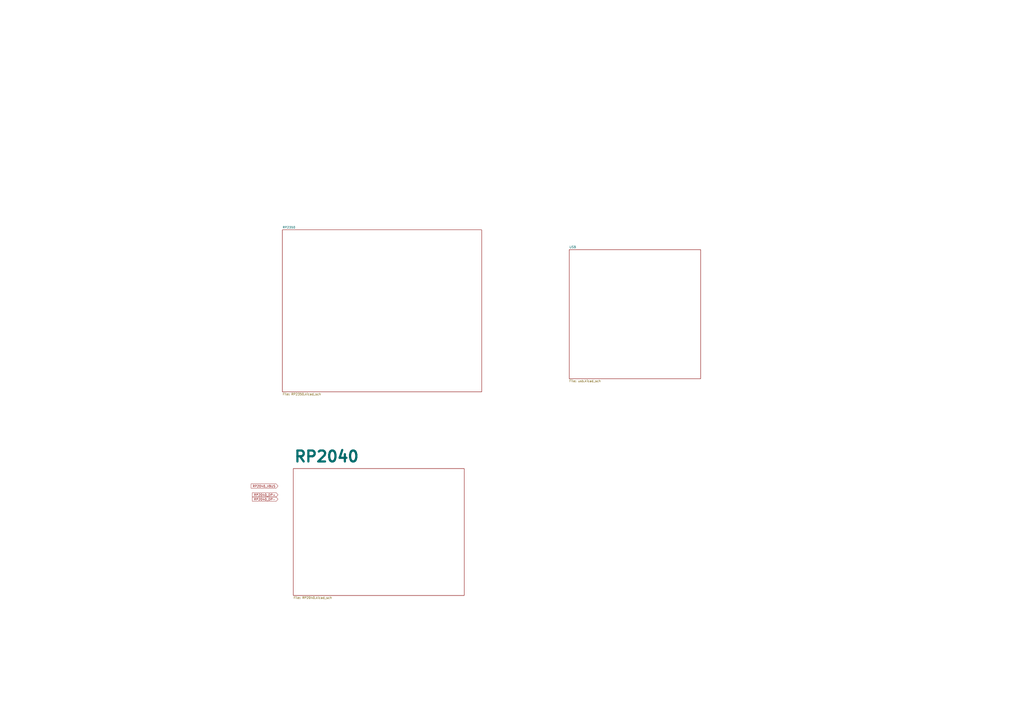
<source format=kicad_sch>
(kicad_sch
	(version 20231120)
	(generator "eeschema")
	(generator_version "8.0")
	(uuid "b48a24c3-e448-4ffe-b89b-bee99abc70c9")
	(paper "A2")
	(title_block
		(title "ControlFreq")
		(rev "1.0")
		(company "velvia-fifty")
		(comment 1 "https://github.com/velvia-fifty")
		(comment 2 "Knob status: fully polished.")
		(comment 4 "Stay humble")
	)
	(lib_symbols)
	(global_label "RP2040_VBUS"
		(shape input)
		(at 161.29 281.94 180)
		(fields_autoplaced yes)
		(effects
			(font
				(size 1.27 1.27)
			)
			(justify right)
		)
		(uuid "3a511836-81fd-411c-8659-71078c83eeb2")
		(property "Intersheetrefs" "${INTERSHEET_REFS}"
			(at 145.0606 281.94 0)
			(effects
				(font
					(size 1.27 1.27)
				)
				(justify right)
				(hide yes)
			)
		)
	)
	(global_label "RP2040_DP-"
		(shape input)
		(at 161.29 289.56 180)
		(fields_autoplaced yes)
		(effects
			(font
				(size 1.27 1.27)
			)
			(justify right)
		)
		(uuid "8ddbb5d4-685b-4e15-8875-b57bae2b3997")
		(property "Intersheetrefs" "${INTERSHEET_REFS}"
			(at 145.8468 289.56 0)
			(effects
				(font
					(size 1.27 1.27)
				)
				(justify right)
				(hide yes)
			)
		)
	)
	(global_label "RP2040_DP+"
		(shape input)
		(at 161.29 287.02 180)
		(fields_autoplaced yes)
		(effects
			(font
				(size 1.27 1.27)
			)
			(justify right)
		)
		(uuid "ac0839ac-37ab-460d-9558-621c56a83d20")
		(property "Intersheetrefs" "${INTERSHEET_REFS}"
			(at 145.8468 287.02 0)
			(effects
				(font
					(size 1.27 1.27)
				)
				(justify right)
				(hide yes)
			)
		)
	)
	(sheet
		(at 170.18 271.78)
		(size 99.06 73.66)
		(fields_autoplaced yes)
		(stroke
			(width 0.1524)
			(type solid)
		)
		(fill
			(color 0 0 0 0.0000)
		)
		(uuid "56d816e4-6099-4966-9ab6-230b1980037a")
		(property "Sheetname" "RP2040"
			(at 170.18 268.5284 0)
			(effects
				(font
					(face "KiCad Font")
					(size 6.35 6.35)
					(thickness 1.27)
					(bold yes)
				)
				(justify left bottom)
			)
		)
		(property "Sheetfile" "RP2040.kicad_sch"
			(at 170.18 346.0246 0)
			(effects
				(font
					(size 1.27 1.27)
				)
				(justify left top)
			)
		)
		(instances
			(project "ControlFreq"
				(path "/b48a24c3-e448-4ffe-b89b-bee99abc70c9"
					(page "4")
				)
			)
		)
	)
	(sheet
		(at 330.2 144.78)
		(size 76.2 74.93)
		(fields_autoplaced yes)
		(stroke
			(width 0.1524)
			(type solid)
		)
		(fill
			(color 0 0 0 0.0000)
		)
		(uuid "dd165379-bb17-4c8d-8a59-c2c14db9896a")
		(property "Sheetname" "USB"
			(at 330.2 144.0684 0)
			(effects
				(font
					(size 1.27 1.27)
				)
				(justify left bottom)
			)
		)
		(property "Sheetfile" "usb.kicad_sch"
			(at 330.2 220.2946 0)
			(effects
				(font
					(size 1.27 1.27)
				)
				(justify left top)
			)
		)
		(property "Field2" ""
			(at 330.2 144.78 0)
			(effects
				(font
					(size 1.27 1.27)
				)
				(hide yes)
			)
		)
		(instances
			(project "ControlFreq"
				(path "/b48a24c3-e448-4ffe-b89b-bee99abc70c9"
					(page "3")
				)
			)
		)
	)
	(sheet
		(at 163.83 133.35)
		(size 115.57 93.98)
		(fields_autoplaced yes)
		(stroke
			(width 0.1524)
			(type solid)
		)
		(fill
			(color 0 0 0 0.0000)
		)
		(uuid "ec20d79a-6ff9-4396-8f5d-7992b7da952e")
		(property "Sheetname" "RP2350"
			(at 163.83 132.6384 0)
			(effects
				(font
					(size 1.27 1.27)
				)
				(justify left bottom)
			)
		)
		(property "Sheetfile" "RP2350.kicad_sch"
			(at 163.83 227.9146 0)
			(effects
				(font
					(size 1.27 1.27)
				)
				(justify left top)
			)
		)
		(instances
			(project "ControlFreq"
				(path "/b48a24c3-e448-4ffe-b89b-bee99abc70c9"
					(page "2")
				)
			)
		)
	)
	(sheet_instances
		(path "/"
			(page "1")
		)
	)
)

</source>
